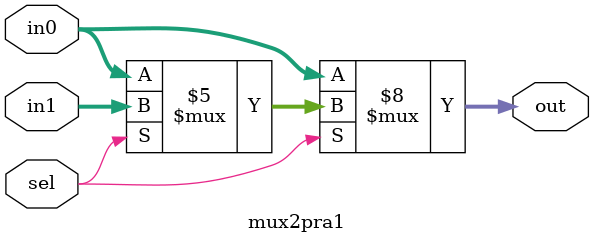
<source format=v>


`include "if.v"
`include "id.v"
`include "ex.v"
`include "mem.v"
//`include "wb.v"
`include "constants.v"
`include "ram.v"

///////////////////////////////////////////////////////////////////////////////
// Modulo principal
///////////////////////////////////////////////////////////////////////////////
module rgp16( input wire clock,
              //input reset,

               // sinais
               input wire[15:0] newpc,
               output wire[15:0] D_IF_PC,
               output wire[15:0] D_IF_MEMDATA_OUT,
               output wire[15:0] D_ID_INSTRUC,
               output wire[15:0] D_ID_IMEDIAT,
               output wire[15:0] D_EX_IMED,
               output wire[15:0] D_EX_A,
               output wire[15:0] D_EX_B,
               output wire D_MEM_SET_MEMREAD,
               output wire[15:0] D_MEM_MEMOFF_ADDR,
               output wire[15:0] D_MEM_RESULT,
               output wire[3:0] D_EX_ULA_OP,
               output wire[3:0] D_MEM_DESTINREG,
               output wire D_MEM_SET_REGWRITE,
               output wire D_MEM_SET_MEMWRITE,
               input wire sel
            );
            
   //== IF stage ============================================================//

   pc if_pc ( .pc_out(w_if_pc_out),
              .new_pc_in(w_if_mux_pc_out),
              .clk(clock) );
   
   pc_inc if_pc_inc ( .pc_in(w_if_pc_out),
                      .pcinc_out(w_if_pc_inc_out) );
   
/*    mux2pra1 if_mux_pc ( .in0(w_if_pc_inc_out),
                        .in1(newpc),
                        .sel(sel),
                        .out(w_if_mux_pc_out) ); */
                        
   mux2pra1 if_mux_pc ( .in0(w_if_pc_inc_out),
                        .in1(w_cross_result_data),
                        .sel(w_cross_jump_enable),
                        .out(w_if_mux_pc_out) );
   
   wire [15:0] w_if_pc_out;
   wire [15:0] w_if_pc_inc_out;
   wire [15:0] w_if_mux_pc_out;
   wire [15:0] w_if_memdata_out;

   assign D_IF_PC = w_if_pc_out;

   ram mem0( .addr_in(w_if_pc_out),
             .data_out(w_if_memdata_out),
             .data_in(16'hFFFF),
             .write_enable(1'b0),
             .clk(clock) );
             
   assign D_IF_MEMDATA_OUT = w_if_memdata_out;

   if_id if_id0 ( .data_in(w_if_memdata_out),
                  .instruc_out(w_id_instruc),
                  .imediat_out(w_id_imediat),
                  .clk(clock) );

   //== ID stage ============================================================//
             
   wire [15:0] w_id_instruc;
   wire [15:0] ct;
   
   wire [15:0] w_id_imediat;
   wire [15:0] w_id_imediat_pos;
   
   delay id_imedi_delay ( .data_in(w_id_imediat),
                          .data_out(w_id_imediat_pos),
                          .clk(clock) );
   
   assign D_ID_INSTRUC = w_id_instruc;
   assign D_ID_IMEDIAT = w_id_imediat;
   
//   wire w_rw_indica;
//   assign w_rw_indica = (w_id_instruc[12:8] == 5'b00001);
   
   wire [3:0] w_id_read_reg;
   wire [3:0] w_id_write_reg;
   wire w_id_regwrite;
   wire w_id_memwrite;
   wire w_id_memread;
   
   control id_control ( .instruc_in(w_id_instruc), 
                        .read_reg_out(w_id_read_reg),
                        .write_reg_out(w_id_write_reg),
                        .set_regwrite_out(w_id_regwrite),
                        .set_memwrite_out(w_id_memwrite),
                        .set_memread_out(w_id_memread),
                        .clk(clock) );
   
   // wire TMP_rw_in;
   // assign TMP_rw_in = 0;
   // wire [15:0] TMP_write_in_in;
   // assign TMP_write_in_in = 16'h0000;
                   
   wire [15:0] w_id_reg0_out;
   wire [15:0] w_id_reg1_out;

   registers id_regs ( .sel_reg0(w_id_instruc[7:4]),
                       .sel_reg1(w_id_instruc[3:0]),
                       .reg0_out(w_id_reg0_out),
                       .reg1_out(w_id_reg1_out),
                       .setwrite_in(w_cross_set_regwrite),
                       .sel_regwrite_in(w_cross_write_reg),
                       .data_in(w_cross_result_data), /// TTEMP !!!!!!!!!!!!!!!!!!!!
                       .clk(clock) );
   
   id_ex id_ex0 ( .a_in(w_id_reg0_out),
                  .a_out(w_ex_a_regval),
                  .b_in(w_id_reg1_out),
                  .b_out(w_ex_b_regval),
                  .destreg_in(w_id_write_reg),
                  .destreg_out(w_ex_destin_reg),
                  .set_regwrite_in(w_id_regwrite),
                  .set_regwrite_out(w_ex_regwrite),
                  .set_memwrite_in(w_id_memwrite),
                  .set_memwrite_out(w_ex_memwrite),
                  .set_memread_in(w_id_memread),
                  .set_memread_out(w_ex_memread_set),
                  .opcode_in(w_id_instruc[15:8]),
                  .opcode_out(w_ex_opcode),
                  .imedi_in(w_id_imediat_pos),
                  .imedi_out(w_ex_imedi),
                  .clk(clock) );
                  
   //== EX stage ============================================================//
                  
   wire w_ex_regwrite;
   wire w_ex_memwrite;
   wire [3:0] w_ex_destin_reg;
   
   wire w_ex_memread_set;
                  
   wire [15:0] w_ex_a_regval;
   wire [15:0] w_ex_b_regval;
   wire [15:0] w_ex_imedi;
  
   wire [7:0] w_ex_opcode;
                       
   wire w_ex_opsmux_sel;
   wire w_ex_resmux_sel;
   wire [3:0] w_ex_ulaop;
   
   address_adder ex_addr_add0 ( .base_in(w_ex_b_regval),
                                .incr_in(w_ex_imedi),
                                .addr_out(w_ex_memoff_addr)
                              );

   wire [15:0] w_ex_memoff_addr;
  
   ula_control ula_ctr0 ( .opcode_in(w_ex_opcode),
                          .ula_opsmuxsel_out(w_ex_opsmux_sel),
                          .ula_resmuxsel_out(w_ex_resmux_sel),
                          .ulaop_out(w_ex_ulaop),
                          .clk(clock)
                        );
                    
   wire [15:0] w_ex_ula_aterm;
   wire [15:0] w_ex_ula_bterm;
   
   mux2pra1 ex_mux_ops_ab ( .in0(w_ex_a_regval),
                            .in1(w_ex_b_regval),
                            .sel(w_ex_opsmux_sel),
                            .out(w_ex_ula_aterm) );
   
   mux2pra1 ex_mux_ops_bimed ( .in0(w_ex_b_regval),
                               .in1(w_ex_imedi),
                               .sel(w_ex_opsmux_sel),
                               .out(w_ex_ula_bterm) );
   
   ula ula0 ( .a(w_ex_ula_aterm),
              .b(w_ex_ula_bterm),
              .result(w_ex_preresult),
              /*carryout, over,*/
              .aluop(w_ex_ulaop) );
   
   wire [15:0] w_ex_preresult;
   wire [15:0] w_ex_result;
   
   mux2pra1 ex_mux_res_ulaimed ( .in0(w_ex_preresult),
                                 .in1(w_ex_imedi),
                                 .sel(w_ex_resmux_sel),
                                 .out(w_ex_result) );
   
   ex_mem ex_mem0 ( .set_regwrite_in(w_ex_regwrite),
                    .set_regwrite_out(w_cross_set_regwrite),
                    .destreg_in(w_ex_destin_reg),
                    .destreg_out(w_cross_write_reg),
                    .set_memwrite_in(w_ex_memwrite),
                    .set_memwrite_out(D_MEM_SET_MEMWRITE),
                    .memwrite_addr_in(16'h00F0),///////////// !!!!!!!!!!!!
                    .memwrite_addr_out(wb_memwrite_addr),//// !!!!!!!!!!!!
                    .set_memread_in(w_ex_memread_set),
                    .set_memread_out(w_mem_memread_set),
                    .memread_addr_in(w_ex_memoff_addr),
                    .memread_addr_out(w_mem_memoff_addr),
                    .result_in(w_ex_result),
                    .result_out(w_cross_result_data), /// !!!!! temp
                    .opcode_in(w_ex_opcode),
                    .opcode_out(w_mem_opcode),
                    .clk(clock)
                  );
   
   assign D_EX_A = w_ex_a_regval;
   assign D_EX_B = w_ex_b_regval;
   assign D_EX_IMED = w_ex_imedi;
   assign D_EX_ULA_OP = w_ex_ulaop;


   //== MEM stage ===========================================================//
   
   assign D_MEM_SET_REGWRITE = w_cross_set_regwrite;
   assign D_MEM_DESTINREG = w_cross_write_reg;
   assign D_MEM_RESULT = w_cross_result_data;
   
   assign D_MEM_SET_MEMREAD = w_mem_memread_set;
   assign D_MEM_MEMOFF_ADDR = w_mem_memoff_addr;
   
   wire w_mem_memread_set;
   wire [15:0] w_mem_memoff_addr;
   
   wire [7:0] w_mem_opcode;
   
   branch_select mem_brch_sel0 ( .opcode_in(w_mem_opcode),
                                 .set_jump_out(w_cross_jump_enable), 
                                 .clk(clock) );
                                 
   wire w_cross_jump_enable;
   
   // ram mem_dados0 ( .addr_in(),
                    // .data_out(),
                    // .data_in(16'hFFFF),
                    // .write_enable(1'b0),
                    // .clk(clock) );
   
   wire w_cross_set_regwrite; // liga o flag para escrita do reg de volta nos regs
   wire [3:0] w_cross_write_reg; // liga o indic do reg pra escrita de volta nos regs
   wire [15:0] w_cross_result_data;
                  
   wire wb_memwrite_addr;
   
   // !!!!! TODO: por um mux antes pra esse cara !
   wire [15:0] w_cross_regdata_in; // liga os dados a serem gravados de volta nos regs

endmodule

///////////////////////////////////////////////////////////////////////////////
// if_id interface (ciente dos casos de inst. de 16+16 bits)
///////////////////////////////////////////////////////////////////////////////
module if_id(data_in, instruc_out, imediat_out, clk);
   parameter NOP  = 16'b0000111100000000;

   input [15:0] data_in;
   output reg [15:0] instruc_out;
   output reg [15:0] imediat_out;
   input clk;
   
   reg bis; // indica se estamos lendo ainda a segunda word da instruc.
   reg [15:0] tmp; // guarda temp. uma word da instrucao
   
   initial bis = 1'b0;
   
   always @(posedge clk) begin
      if (bis == 1'b0) begin
         if (data_in[15] == 1'b1) begin // caso instrucao de 32 bits
            instruc_out <= NOP;
            imediat_out <= 16'h0000;
            tmp <= data_in;
            bis <= data_in[15];
         end
         else begin // caso de 16 bits
            instruc_out <= data_in;
            imediat_out <= 16'h0000;
         end
      end
      else if (bis == 1'b1) begin
         instruc_out <= tmp;
         imediat_out <= data_in;
         bis <= 1'b0;
      end
   end
endmodule


///////////////////////////////////////////////////////////////////////////////
// id_ex interface
///////////////////////////////////////////////////////////////////////////////
module id_ex(a_in, a_out,
             b_in, b_out,
             destreg_in, destreg_out,
             set_regwrite_in, set_regwrite_out,
             set_memwrite_in, set_memwrite_out,
             set_memread_in, set_memread_out,
             opcode_in, opcode_out,
             imedi_in, imedi_out,
             clk
            );
   input [15:0] a_in;
   output reg [15:0] a_out;
   input [15:0] b_in;
   output reg [15:0] b_out;
   input [3:0] destreg_in;
   output reg [3:0] destreg_out;
   input set_regwrite_in;
   output reg set_regwrite_out;
   input set_memwrite_in;
   output reg set_memwrite_out;
   input set_memread_in;
   output reg set_memread_out;
   input [7:0] opcode_in;
   output reg [7:0] opcode_out;
   input [15:0] imedi_in;
   output reg [15:0] imedi_out;
   input clk;
   
   always @(posedge clk) begin
      a_out <= a_in;
      b_out <= b_in;
      destreg_out <= destreg_in;
      set_regwrite_out <= set_regwrite_in;
      set_memwrite_out <= set_memwrite_in;
      set_memread_out <= set_memread_in;
      opcode_out <= opcode_in;
      imedi_out <= imedi_in;
   end
   
endmodule

///////////////////////////////////////////////////////////////////////////////
// ex_mem interface
///////////////////////////////////////////////////////////////////////////////
module ex_mem( set_regwrite_in, set_regwrite_out,
               destreg_in, destreg_out,
               set_memwrite_in, set_memwrite_out,
               memwrite_addr_in, memwrite_addr_out,
               set_memread_in, set_memread_out,
               memread_addr_in, memread_addr_out,
               opcode_in, opcode_out,
               result_in, result_out, clk
             );
   input set_regwrite_in;
   output reg set_regwrite_out;
   input [3:0] destreg_in;
   output reg [3:0] destreg_out;
   input set_memwrite_in;
   output reg set_memwrite_out;
   input [15:0] memwrite_addr_in;
   output reg [15:0] memwrite_addr_out;
   input set_memread_in;
   output reg set_memread_out;
   input [15:0] memread_addr_in;
   output reg [15:0] memread_addr_out;
   input [15:0] result_in;
   output reg [15:0] result_out;
   input [7:0] opcode_in;
   output reg [7:0]opcode_out;
   input clk;
   
   always @(posedge clk) begin
      set_regwrite_out <= set_regwrite_in;
      destreg_out <= destreg_in;
      set_memwrite_out <= set_memwrite_in;
      memwrite_addr_out <= memwrite_addr_in;
      set_memread_out <= set_memread_in;
      memread_addr_out <= memread_addr_in;
      result_out <= result_in;
      opcode_out <= opcode_in;
   end
             
endmodule

///////////////////////////////////////////////////////////////////////////////
// mem_wb interface
///////////////////////////////////////////////////////////////////////////////
//module ex_mem(a_in, a_out,
//              b_in, b_out,
//              clk );
//endmodule

///////////////////////////////////////////////////////////////////////////////
// mux2pra1 (16 bits wide, usado em varios lugares)
///////////////////////////////////////////////////////////////////////////////
module mux2pra1(in0, in1, sel, out);
   input [15:0] in0;
   input [15:0] in1;
   input sel;
   output reg [15:0] out;

   always @(in0, in1, sel) begin
      if (sel == 0)
         out <= in0;
      else if (sel == 1)
         out <= in1;
      else
         out <= in0;
   end
endmodule

</source>
